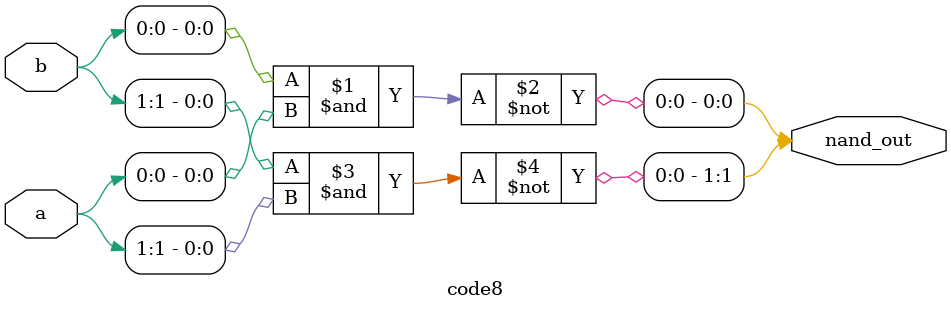
<source format=v>
module code8(a,b,nand_out);
input [1:0]a;
input [1:0] b;
output [1:0] nand_out;
nand g1(nand_out[0],b[0],a[0]);
nand g2(nand_out[1],b[1],a[1]);
endmodule 
</source>
